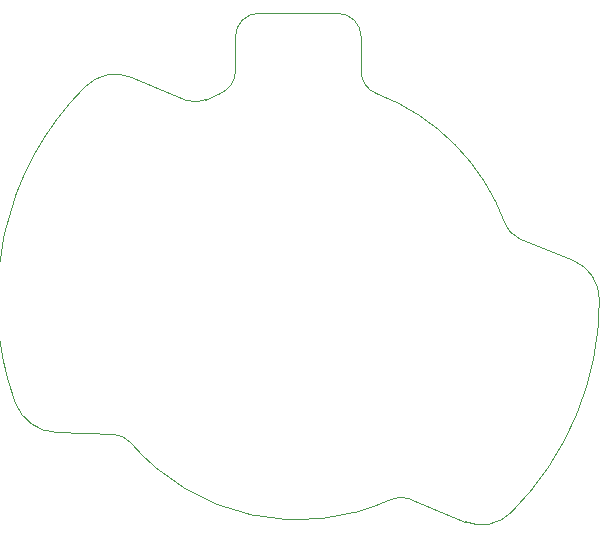
<source format=gbr>
G04 #@! TF.GenerationSoftware,KiCad,Pcbnew,(6.0.0)*
G04 #@! TF.CreationDate,2022-02-27T12:15:01+01:00*
G04 #@! TF.ProjectId,MiniAB-CAN-Board,4d696e69-4142-42d4-9341-4e2d426f6172,1*
G04 #@! TF.SameCoordinates,Original*
G04 #@! TF.FileFunction,Profile,NP*
%FSLAX46Y46*%
G04 Gerber Fmt 4.6, Leading zero omitted, Abs format (unit mm)*
G04 Created by KiCad (PCBNEW (6.0.0)) date 2022-02-27 12:15:01*
%MOMM*%
%LPD*%
G01*
G04 APERTURE LIST*
G04 #@! TA.AperFunction,Profile*
%ADD10C,0.100000*%
G04 #@! TD*
G04 APERTURE END LIST*
D10*
X95664697Y-94782823D02*
G75*
G03*
X117719860Y-99576209I14183201J12122836D01*
G01*
X127375790Y-76264732D02*
G75*
G03*
X128489270Y-77426972I1878849J685522D01*
G01*
X115172898Y-63344107D02*
G75*
G03*
X116463735Y-65214157I1999998J-1D01*
G01*
X128489270Y-77426972D02*
X133137905Y-79352499D01*
X115172898Y-60419988D02*
G75*
G03*
X113172898Y-58419988I-1999999J1D01*
G01*
X127879121Y-100691211D02*
G75*
G03*
X135347898Y-82659988I-18031227J18031225D01*
G01*
X103232061Y-65214157D02*
G75*
G03*
X104522898Y-63344107I-709161J1870049D01*
G01*
X106522898Y-58419988D02*
X113172898Y-58419988D01*
X123977672Y-101467257D02*
G75*
G03*
X127879121Y-100691211I1370007J3307487D01*
G01*
X94214972Y-94083538D02*
X89367651Y-93912325D01*
X123977672Y-101467257D02*
X119329037Y-99541730D01*
X104522898Y-63344107D02*
X104522898Y-60419988D01*
X91816675Y-64628765D02*
G75*
G03*
X85885736Y-91381502I18031225J-18031224D01*
G01*
X95664697Y-94782823D02*
G75*
G03*
X94214972Y-94083538I-1520321J-1299465D01*
G01*
X106522898Y-58419988D02*
G75*
G03*
X104522898Y-60419988I-1J-1999999D01*
G01*
X135347898Y-82659988D02*
G75*
G03*
X133137905Y-79352499I-3580003J-2D01*
G01*
X101975936Y-65743767D02*
X103232061Y-65214157D01*
X85885736Y-91381502D02*
G75*
G03*
X89367651Y-93912325I3617818J1316780D01*
G01*
X127375790Y-76264732D02*
G75*
G03*
X116463735Y-65214157I-17527895J-6395258D01*
G01*
X95718124Y-63852719D02*
G75*
G03*
X91816675Y-64628765I-1370007J-3307487D01*
G01*
X95718124Y-63852719D02*
X100366759Y-65778246D01*
X100366759Y-65778246D02*
G75*
G03*
X101975936Y-65743767I765367J1847759D01*
G01*
X115172898Y-60419988D02*
X115172898Y-63344107D01*
X119329037Y-99541730D02*
G75*
G03*
X117719860Y-99576209I-765367J-1847759D01*
G01*
M02*

</source>
